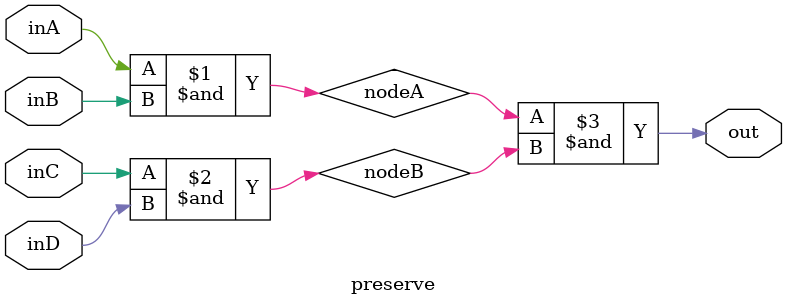
<source format=v>
/******************************************
 * Verilog source constraint example
 * Node Preservation / Synplicity synthesis
 *    2/05/2001 
 * Lattice Semiconductor Corporation 
 ******************************************/

//// The syntax of Verilog Synplicity Node Preservation

//   wire [NodeName] /* synthesis syn_keep=1 opt="keep"*/;


module preserve(inA,inB,inC,inD,out);

input	inA,inB,inC,inD;
output	out;	

wire	nodeA /* synthesis syn_keep=1 opt="keep"*/;
wire	nodeB /* synthesis syn_keep=1 opt="keep"*/;

assign nodeA 	=  inA & inB;
assign nodeB 	=  inC & inD;

assign out 	=  nodeA & nodeB;

endmodule



</source>
